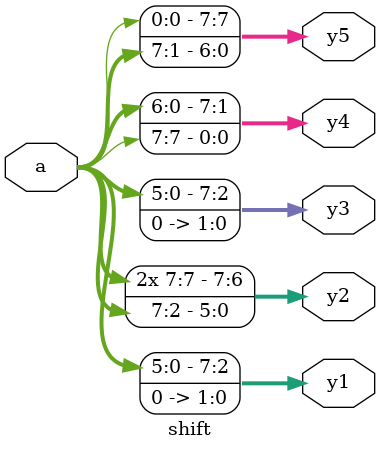
<source format=v>
module shift(input signed [7:0] a ,
             output signed  [7:0] y1,
             output signed  [7:0] y2,
             output signed  [7:0] y3,
             output signed  [7:0] y4,
             output signed  [7:0] y5);
    //////////////////逻辑左移////////////
    assign y1 = a << 2;
    //////////////////算术右移///对于无符号数仍是左面补0///////////////
    assign y2 = a >>> 2;
    //////////////////算术左移//////////////
    assign y3 = a <<< 2;
    //////////////////循环左移///////////
    assign y4 = {a[6:0], a[7]};
    //////////////////循环右移///////////
    assign y5 = {a[0], a[7:1]};
    
    endmodule
</source>
